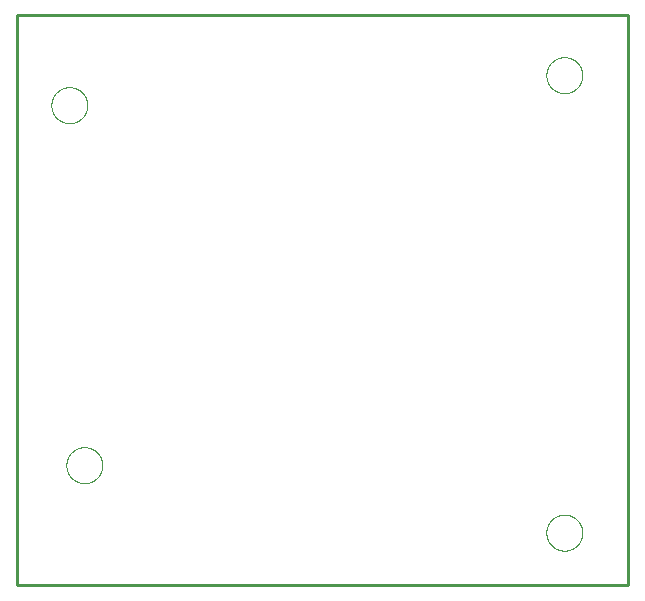
<source format=gko>
G04 EAGLE Gerber RS-274X export*
G75*
%MOMM*%
%FSLAX34Y34*%
%LPD*%
%INOutline*%
%IPPOS*%
%AMOC8*
5,1,8,0,0,1.08239X$1,22.5*%
G01*
%ADD10C,0.000000*%
%ADD11C,0.254000*%


D10*
X0Y0D02*
X517400Y0D01*
X517400Y482500D01*
X0Y482500D01*
X0Y0D01*
X448310Y431800D02*
X448315Y432174D01*
X448328Y432548D01*
X448351Y432921D01*
X448383Y433294D01*
X448425Y433666D01*
X448475Y434036D01*
X448534Y434405D01*
X448603Y434773D01*
X448680Y435139D01*
X448767Y435503D01*
X448862Y435865D01*
X448966Y436224D01*
X449079Y436581D01*
X449201Y436934D01*
X449331Y437285D01*
X449470Y437632D01*
X449617Y437976D01*
X449773Y438316D01*
X449937Y438652D01*
X450110Y438984D01*
X450290Y439312D01*
X450478Y439635D01*
X450674Y439953D01*
X450878Y440267D01*
X451090Y440575D01*
X451309Y440878D01*
X451536Y441176D01*
X451769Y441468D01*
X452010Y441754D01*
X452258Y442035D01*
X452512Y442309D01*
X452774Y442576D01*
X453041Y442838D01*
X453315Y443092D01*
X453596Y443340D01*
X453882Y443581D01*
X454174Y443814D01*
X454472Y444041D01*
X454775Y444260D01*
X455083Y444472D01*
X455397Y444676D01*
X455715Y444872D01*
X456038Y445060D01*
X456366Y445240D01*
X456698Y445413D01*
X457034Y445577D01*
X457374Y445733D01*
X457718Y445880D01*
X458065Y446019D01*
X458416Y446149D01*
X458769Y446271D01*
X459126Y446384D01*
X459485Y446488D01*
X459847Y446583D01*
X460211Y446670D01*
X460577Y446747D01*
X460945Y446816D01*
X461314Y446875D01*
X461684Y446925D01*
X462056Y446967D01*
X462429Y446999D01*
X462802Y447022D01*
X463176Y447035D01*
X463550Y447040D01*
X463924Y447035D01*
X464298Y447022D01*
X464671Y446999D01*
X465044Y446967D01*
X465416Y446925D01*
X465786Y446875D01*
X466155Y446816D01*
X466523Y446747D01*
X466889Y446670D01*
X467253Y446583D01*
X467615Y446488D01*
X467974Y446384D01*
X468331Y446271D01*
X468684Y446149D01*
X469035Y446019D01*
X469382Y445880D01*
X469726Y445733D01*
X470066Y445577D01*
X470402Y445413D01*
X470734Y445240D01*
X471062Y445060D01*
X471385Y444872D01*
X471703Y444676D01*
X472017Y444472D01*
X472325Y444260D01*
X472628Y444041D01*
X472926Y443814D01*
X473218Y443581D01*
X473504Y443340D01*
X473785Y443092D01*
X474059Y442838D01*
X474326Y442576D01*
X474588Y442309D01*
X474842Y442035D01*
X475090Y441754D01*
X475331Y441468D01*
X475564Y441176D01*
X475791Y440878D01*
X476010Y440575D01*
X476222Y440267D01*
X476426Y439953D01*
X476622Y439635D01*
X476810Y439312D01*
X476990Y438984D01*
X477163Y438652D01*
X477327Y438316D01*
X477483Y437976D01*
X477630Y437632D01*
X477769Y437285D01*
X477899Y436934D01*
X478021Y436581D01*
X478134Y436224D01*
X478238Y435865D01*
X478333Y435503D01*
X478420Y435139D01*
X478497Y434773D01*
X478566Y434405D01*
X478625Y434036D01*
X478675Y433666D01*
X478717Y433294D01*
X478749Y432921D01*
X478772Y432548D01*
X478785Y432174D01*
X478790Y431800D01*
X478785Y431426D01*
X478772Y431052D01*
X478749Y430679D01*
X478717Y430306D01*
X478675Y429934D01*
X478625Y429564D01*
X478566Y429195D01*
X478497Y428827D01*
X478420Y428461D01*
X478333Y428097D01*
X478238Y427735D01*
X478134Y427376D01*
X478021Y427019D01*
X477899Y426666D01*
X477769Y426315D01*
X477630Y425968D01*
X477483Y425624D01*
X477327Y425284D01*
X477163Y424948D01*
X476990Y424616D01*
X476810Y424288D01*
X476622Y423965D01*
X476426Y423647D01*
X476222Y423333D01*
X476010Y423025D01*
X475791Y422722D01*
X475564Y422424D01*
X475331Y422132D01*
X475090Y421846D01*
X474842Y421565D01*
X474588Y421291D01*
X474326Y421024D01*
X474059Y420762D01*
X473785Y420508D01*
X473504Y420260D01*
X473218Y420019D01*
X472926Y419786D01*
X472628Y419559D01*
X472325Y419340D01*
X472017Y419128D01*
X471703Y418924D01*
X471385Y418728D01*
X471062Y418540D01*
X470734Y418360D01*
X470402Y418187D01*
X470066Y418023D01*
X469726Y417867D01*
X469382Y417720D01*
X469035Y417581D01*
X468684Y417451D01*
X468331Y417329D01*
X467974Y417216D01*
X467615Y417112D01*
X467253Y417017D01*
X466889Y416930D01*
X466523Y416853D01*
X466155Y416784D01*
X465786Y416725D01*
X465416Y416675D01*
X465044Y416633D01*
X464671Y416601D01*
X464298Y416578D01*
X463924Y416565D01*
X463550Y416560D01*
X463176Y416565D01*
X462802Y416578D01*
X462429Y416601D01*
X462056Y416633D01*
X461684Y416675D01*
X461314Y416725D01*
X460945Y416784D01*
X460577Y416853D01*
X460211Y416930D01*
X459847Y417017D01*
X459485Y417112D01*
X459126Y417216D01*
X458769Y417329D01*
X458416Y417451D01*
X458065Y417581D01*
X457718Y417720D01*
X457374Y417867D01*
X457034Y418023D01*
X456698Y418187D01*
X456366Y418360D01*
X456038Y418540D01*
X455715Y418728D01*
X455397Y418924D01*
X455083Y419128D01*
X454775Y419340D01*
X454472Y419559D01*
X454174Y419786D01*
X453882Y420019D01*
X453596Y420260D01*
X453315Y420508D01*
X453041Y420762D01*
X452774Y421024D01*
X452512Y421291D01*
X452258Y421565D01*
X452010Y421846D01*
X451769Y422132D01*
X451536Y422424D01*
X451309Y422722D01*
X451090Y423025D01*
X450878Y423333D01*
X450674Y423647D01*
X450478Y423965D01*
X450290Y424288D01*
X450110Y424616D01*
X449937Y424948D01*
X449773Y425284D01*
X449617Y425624D01*
X449470Y425968D01*
X449331Y426315D01*
X449201Y426666D01*
X449079Y427019D01*
X448966Y427376D01*
X448862Y427735D01*
X448767Y428097D01*
X448680Y428461D01*
X448603Y428827D01*
X448534Y429195D01*
X448475Y429564D01*
X448425Y429934D01*
X448383Y430306D01*
X448351Y430679D01*
X448328Y431052D01*
X448315Y431426D01*
X448310Y431800D01*
X41910Y101600D02*
X41915Y101974D01*
X41928Y102348D01*
X41951Y102721D01*
X41983Y103094D01*
X42025Y103466D01*
X42075Y103836D01*
X42134Y104205D01*
X42203Y104573D01*
X42280Y104939D01*
X42367Y105303D01*
X42462Y105665D01*
X42566Y106024D01*
X42679Y106381D01*
X42801Y106734D01*
X42931Y107085D01*
X43070Y107432D01*
X43217Y107776D01*
X43373Y108116D01*
X43537Y108452D01*
X43710Y108784D01*
X43890Y109112D01*
X44078Y109435D01*
X44274Y109753D01*
X44478Y110067D01*
X44690Y110375D01*
X44909Y110678D01*
X45136Y110976D01*
X45369Y111268D01*
X45610Y111554D01*
X45858Y111835D01*
X46112Y112109D01*
X46374Y112376D01*
X46641Y112638D01*
X46915Y112892D01*
X47196Y113140D01*
X47482Y113381D01*
X47774Y113614D01*
X48072Y113841D01*
X48375Y114060D01*
X48683Y114272D01*
X48997Y114476D01*
X49315Y114672D01*
X49638Y114860D01*
X49966Y115040D01*
X50298Y115213D01*
X50634Y115377D01*
X50974Y115533D01*
X51318Y115680D01*
X51665Y115819D01*
X52016Y115949D01*
X52369Y116071D01*
X52726Y116184D01*
X53085Y116288D01*
X53447Y116383D01*
X53811Y116470D01*
X54177Y116547D01*
X54545Y116616D01*
X54914Y116675D01*
X55284Y116725D01*
X55656Y116767D01*
X56029Y116799D01*
X56402Y116822D01*
X56776Y116835D01*
X57150Y116840D01*
X57524Y116835D01*
X57898Y116822D01*
X58271Y116799D01*
X58644Y116767D01*
X59016Y116725D01*
X59386Y116675D01*
X59755Y116616D01*
X60123Y116547D01*
X60489Y116470D01*
X60853Y116383D01*
X61215Y116288D01*
X61574Y116184D01*
X61931Y116071D01*
X62284Y115949D01*
X62635Y115819D01*
X62982Y115680D01*
X63326Y115533D01*
X63666Y115377D01*
X64002Y115213D01*
X64334Y115040D01*
X64662Y114860D01*
X64985Y114672D01*
X65303Y114476D01*
X65617Y114272D01*
X65925Y114060D01*
X66228Y113841D01*
X66526Y113614D01*
X66818Y113381D01*
X67104Y113140D01*
X67385Y112892D01*
X67659Y112638D01*
X67926Y112376D01*
X68188Y112109D01*
X68442Y111835D01*
X68690Y111554D01*
X68931Y111268D01*
X69164Y110976D01*
X69391Y110678D01*
X69610Y110375D01*
X69822Y110067D01*
X70026Y109753D01*
X70222Y109435D01*
X70410Y109112D01*
X70590Y108784D01*
X70763Y108452D01*
X70927Y108116D01*
X71083Y107776D01*
X71230Y107432D01*
X71369Y107085D01*
X71499Y106734D01*
X71621Y106381D01*
X71734Y106024D01*
X71838Y105665D01*
X71933Y105303D01*
X72020Y104939D01*
X72097Y104573D01*
X72166Y104205D01*
X72225Y103836D01*
X72275Y103466D01*
X72317Y103094D01*
X72349Y102721D01*
X72372Y102348D01*
X72385Y101974D01*
X72390Y101600D01*
X72385Y101226D01*
X72372Y100852D01*
X72349Y100479D01*
X72317Y100106D01*
X72275Y99734D01*
X72225Y99364D01*
X72166Y98995D01*
X72097Y98627D01*
X72020Y98261D01*
X71933Y97897D01*
X71838Y97535D01*
X71734Y97176D01*
X71621Y96819D01*
X71499Y96466D01*
X71369Y96115D01*
X71230Y95768D01*
X71083Y95424D01*
X70927Y95084D01*
X70763Y94748D01*
X70590Y94416D01*
X70410Y94088D01*
X70222Y93765D01*
X70026Y93447D01*
X69822Y93133D01*
X69610Y92825D01*
X69391Y92522D01*
X69164Y92224D01*
X68931Y91932D01*
X68690Y91646D01*
X68442Y91365D01*
X68188Y91091D01*
X67926Y90824D01*
X67659Y90562D01*
X67385Y90308D01*
X67104Y90060D01*
X66818Y89819D01*
X66526Y89586D01*
X66228Y89359D01*
X65925Y89140D01*
X65617Y88928D01*
X65303Y88724D01*
X64985Y88528D01*
X64662Y88340D01*
X64334Y88160D01*
X64002Y87987D01*
X63666Y87823D01*
X63326Y87667D01*
X62982Y87520D01*
X62635Y87381D01*
X62284Y87251D01*
X61931Y87129D01*
X61574Y87016D01*
X61215Y86912D01*
X60853Y86817D01*
X60489Y86730D01*
X60123Y86653D01*
X59755Y86584D01*
X59386Y86525D01*
X59016Y86475D01*
X58644Y86433D01*
X58271Y86401D01*
X57898Y86378D01*
X57524Y86365D01*
X57150Y86360D01*
X56776Y86365D01*
X56402Y86378D01*
X56029Y86401D01*
X55656Y86433D01*
X55284Y86475D01*
X54914Y86525D01*
X54545Y86584D01*
X54177Y86653D01*
X53811Y86730D01*
X53447Y86817D01*
X53085Y86912D01*
X52726Y87016D01*
X52369Y87129D01*
X52016Y87251D01*
X51665Y87381D01*
X51318Y87520D01*
X50974Y87667D01*
X50634Y87823D01*
X50298Y87987D01*
X49966Y88160D01*
X49638Y88340D01*
X49315Y88528D01*
X48997Y88724D01*
X48683Y88928D01*
X48375Y89140D01*
X48072Y89359D01*
X47774Y89586D01*
X47482Y89819D01*
X47196Y90060D01*
X46915Y90308D01*
X46641Y90562D01*
X46374Y90824D01*
X46112Y91091D01*
X45858Y91365D01*
X45610Y91646D01*
X45369Y91932D01*
X45136Y92224D01*
X44909Y92522D01*
X44690Y92825D01*
X44478Y93133D01*
X44274Y93447D01*
X44078Y93765D01*
X43890Y94088D01*
X43710Y94416D01*
X43537Y94748D01*
X43373Y95084D01*
X43217Y95424D01*
X43070Y95768D01*
X42931Y96115D01*
X42801Y96466D01*
X42679Y96819D01*
X42566Y97176D01*
X42462Y97535D01*
X42367Y97897D01*
X42280Y98261D01*
X42203Y98627D01*
X42134Y98995D01*
X42075Y99364D01*
X42025Y99734D01*
X41983Y100106D01*
X41951Y100479D01*
X41928Y100852D01*
X41915Y101226D01*
X41910Y101600D01*
X448310Y44450D02*
X448315Y44824D01*
X448328Y45198D01*
X448351Y45571D01*
X448383Y45944D01*
X448425Y46316D01*
X448475Y46686D01*
X448534Y47055D01*
X448603Y47423D01*
X448680Y47789D01*
X448767Y48153D01*
X448862Y48515D01*
X448966Y48874D01*
X449079Y49231D01*
X449201Y49584D01*
X449331Y49935D01*
X449470Y50282D01*
X449617Y50626D01*
X449773Y50966D01*
X449937Y51302D01*
X450110Y51634D01*
X450290Y51962D01*
X450478Y52285D01*
X450674Y52603D01*
X450878Y52917D01*
X451090Y53225D01*
X451309Y53528D01*
X451536Y53826D01*
X451769Y54118D01*
X452010Y54404D01*
X452258Y54685D01*
X452512Y54959D01*
X452774Y55226D01*
X453041Y55488D01*
X453315Y55742D01*
X453596Y55990D01*
X453882Y56231D01*
X454174Y56464D01*
X454472Y56691D01*
X454775Y56910D01*
X455083Y57122D01*
X455397Y57326D01*
X455715Y57522D01*
X456038Y57710D01*
X456366Y57890D01*
X456698Y58063D01*
X457034Y58227D01*
X457374Y58383D01*
X457718Y58530D01*
X458065Y58669D01*
X458416Y58799D01*
X458769Y58921D01*
X459126Y59034D01*
X459485Y59138D01*
X459847Y59233D01*
X460211Y59320D01*
X460577Y59397D01*
X460945Y59466D01*
X461314Y59525D01*
X461684Y59575D01*
X462056Y59617D01*
X462429Y59649D01*
X462802Y59672D01*
X463176Y59685D01*
X463550Y59690D01*
X463924Y59685D01*
X464298Y59672D01*
X464671Y59649D01*
X465044Y59617D01*
X465416Y59575D01*
X465786Y59525D01*
X466155Y59466D01*
X466523Y59397D01*
X466889Y59320D01*
X467253Y59233D01*
X467615Y59138D01*
X467974Y59034D01*
X468331Y58921D01*
X468684Y58799D01*
X469035Y58669D01*
X469382Y58530D01*
X469726Y58383D01*
X470066Y58227D01*
X470402Y58063D01*
X470734Y57890D01*
X471062Y57710D01*
X471385Y57522D01*
X471703Y57326D01*
X472017Y57122D01*
X472325Y56910D01*
X472628Y56691D01*
X472926Y56464D01*
X473218Y56231D01*
X473504Y55990D01*
X473785Y55742D01*
X474059Y55488D01*
X474326Y55226D01*
X474588Y54959D01*
X474842Y54685D01*
X475090Y54404D01*
X475331Y54118D01*
X475564Y53826D01*
X475791Y53528D01*
X476010Y53225D01*
X476222Y52917D01*
X476426Y52603D01*
X476622Y52285D01*
X476810Y51962D01*
X476990Y51634D01*
X477163Y51302D01*
X477327Y50966D01*
X477483Y50626D01*
X477630Y50282D01*
X477769Y49935D01*
X477899Y49584D01*
X478021Y49231D01*
X478134Y48874D01*
X478238Y48515D01*
X478333Y48153D01*
X478420Y47789D01*
X478497Y47423D01*
X478566Y47055D01*
X478625Y46686D01*
X478675Y46316D01*
X478717Y45944D01*
X478749Y45571D01*
X478772Y45198D01*
X478785Y44824D01*
X478790Y44450D01*
X478785Y44076D01*
X478772Y43702D01*
X478749Y43329D01*
X478717Y42956D01*
X478675Y42584D01*
X478625Y42214D01*
X478566Y41845D01*
X478497Y41477D01*
X478420Y41111D01*
X478333Y40747D01*
X478238Y40385D01*
X478134Y40026D01*
X478021Y39669D01*
X477899Y39316D01*
X477769Y38965D01*
X477630Y38618D01*
X477483Y38274D01*
X477327Y37934D01*
X477163Y37598D01*
X476990Y37266D01*
X476810Y36938D01*
X476622Y36615D01*
X476426Y36297D01*
X476222Y35983D01*
X476010Y35675D01*
X475791Y35372D01*
X475564Y35074D01*
X475331Y34782D01*
X475090Y34496D01*
X474842Y34215D01*
X474588Y33941D01*
X474326Y33674D01*
X474059Y33412D01*
X473785Y33158D01*
X473504Y32910D01*
X473218Y32669D01*
X472926Y32436D01*
X472628Y32209D01*
X472325Y31990D01*
X472017Y31778D01*
X471703Y31574D01*
X471385Y31378D01*
X471062Y31190D01*
X470734Y31010D01*
X470402Y30837D01*
X470066Y30673D01*
X469726Y30517D01*
X469382Y30370D01*
X469035Y30231D01*
X468684Y30101D01*
X468331Y29979D01*
X467974Y29866D01*
X467615Y29762D01*
X467253Y29667D01*
X466889Y29580D01*
X466523Y29503D01*
X466155Y29434D01*
X465786Y29375D01*
X465416Y29325D01*
X465044Y29283D01*
X464671Y29251D01*
X464298Y29228D01*
X463924Y29215D01*
X463550Y29210D01*
X463176Y29215D01*
X462802Y29228D01*
X462429Y29251D01*
X462056Y29283D01*
X461684Y29325D01*
X461314Y29375D01*
X460945Y29434D01*
X460577Y29503D01*
X460211Y29580D01*
X459847Y29667D01*
X459485Y29762D01*
X459126Y29866D01*
X458769Y29979D01*
X458416Y30101D01*
X458065Y30231D01*
X457718Y30370D01*
X457374Y30517D01*
X457034Y30673D01*
X456698Y30837D01*
X456366Y31010D01*
X456038Y31190D01*
X455715Y31378D01*
X455397Y31574D01*
X455083Y31778D01*
X454775Y31990D01*
X454472Y32209D01*
X454174Y32436D01*
X453882Y32669D01*
X453596Y32910D01*
X453315Y33158D01*
X453041Y33412D01*
X452774Y33674D01*
X452512Y33941D01*
X452258Y34215D01*
X452010Y34496D01*
X451769Y34782D01*
X451536Y35074D01*
X451309Y35372D01*
X451090Y35675D01*
X450878Y35983D01*
X450674Y36297D01*
X450478Y36615D01*
X450290Y36938D01*
X450110Y37266D01*
X449937Y37598D01*
X449773Y37934D01*
X449617Y38274D01*
X449470Y38618D01*
X449331Y38965D01*
X449201Y39316D01*
X449079Y39669D01*
X448966Y40026D01*
X448862Y40385D01*
X448767Y40747D01*
X448680Y41111D01*
X448603Y41477D01*
X448534Y41845D01*
X448475Y42214D01*
X448425Y42584D01*
X448383Y42956D01*
X448351Y43329D01*
X448328Y43702D01*
X448315Y44076D01*
X448310Y44450D01*
X29210Y406400D02*
X29215Y406774D01*
X29228Y407148D01*
X29251Y407521D01*
X29283Y407894D01*
X29325Y408266D01*
X29375Y408636D01*
X29434Y409005D01*
X29503Y409373D01*
X29580Y409739D01*
X29667Y410103D01*
X29762Y410465D01*
X29866Y410824D01*
X29979Y411181D01*
X30101Y411534D01*
X30231Y411885D01*
X30370Y412232D01*
X30517Y412576D01*
X30673Y412916D01*
X30837Y413252D01*
X31010Y413584D01*
X31190Y413912D01*
X31378Y414235D01*
X31574Y414553D01*
X31778Y414867D01*
X31990Y415175D01*
X32209Y415478D01*
X32436Y415776D01*
X32669Y416068D01*
X32910Y416354D01*
X33158Y416635D01*
X33412Y416909D01*
X33674Y417176D01*
X33941Y417438D01*
X34215Y417692D01*
X34496Y417940D01*
X34782Y418181D01*
X35074Y418414D01*
X35372Y418641D01*
X35675Y418860D01*
X35983Y419072D01*
X36297Y419276D01*
X36615Y419472D01*
X36938Y419660D01*
X37266Y419840D01*
X37598Y420013D01*
X37934Y420177D01*
X38274Y420333D01*
X38618Y420480D01*
X38965Y420619D01*
X39316Y420749D01*
X39669Y420871D01*
X40026Y420984D01*
X40385Y421088D01*
X40747Y421183D01*
X41111Y421270D01*
X41477Y421347D01*
X41845Y421416D01*
X42214Y421475D01*
X42584Y421525D01*
X42956Y421567D01*
X43329Y421599D01*
X43702Y421622D01*
X44076Y421635D01*
X44450Y421640D01*
X44824Y421635D01*
X45198Y421622D01*
X45571Y421599D01*
X45944Y421567D01*
X46316Y421525D01*
X46686Y421475D01*
X47055Y421416D01*
X47423Y421347D01*
X47789Y421270D01*
X48153Y421183D01*
X48515Y421088D01*
X48874Y420984D01*
X49231Y420871D01*
X49584Y420749D01*
X49935Y420619D01*
X50282Y420480D01*
X50626Y420333D01*
X50966Y420177D01*
X51302Y420013D01*
X51634Y419840D01*
X51962Y419660D01*
X52285Y419472D01*
X52603Y419276D01*
X52917Y419072D01*
X53225Y418860D01*
X53528Y418641D01*
X53826Y418414D01*
X54118Y418181D01*
X54404Y417940D01*
X54685Y417692D01*
X54959Y417438D01*
X55226Y417176D01*
X55488Y416909D01*
X55742Y416635D01*
X55990Y416354D01*
X56231Y416068D01*
X56464Y415776D01*
X56691Y415478D01*
X56910Y415175D01*
X57122Y414867D01*
X57326Y414553D01*
X57522Y414235D01*
X57710Y413912D01*
X57890Y413584D01*
X58063Y413252D01*
X58227Y412916D01*
X58383Y412576D01*
X58530Y412232D01*
X58669Y411885D01*
X58799Y411534D01*
X58921Y411181D01*
X59034Y410824D01*
X59138Y410465D01*
X59233Y410103D01*
X59320Y409739D01*
X59397Y409373D01*
X59466Y409005D01*
X59525Y408636D01*
X59575Y408266D01*
X59617Y407894D01*
X59649Y407521D01*
X59672Y407148D01*
X59685Y406774D01*
X59690Y406400D01*
X59685Y406026D01*
X59672Y405652D01*
X59649Y405279D01*
X59617Y404906D01*
X59575Y404534D01*
X59525Y404164D01*
X59466Y403795D01*
X59397Y403427D01*
X59320Y403061D01*
X59233Y402697D01*
X59138Y402335D01*
X59034Y401976D01*
X58921Y401619D01*
X58799Y401266D01*
X58669Y400915D01*
X58530Y400568D01*
X58383Y400224D01*
X58227Y399884D01*
X58063Y399548D01*
X57890Y399216D01*
X57710Y398888D01*
X57522Y398565D01*
X57326Y398247D01*
X57122Y397933D01*
X56910Y397625D01*
X56691Y397322D01*
X56464Y397024D01*
X56231Y396732D01*
X55990Y396446D01*
X55742Y396165D01*
X55488Y395891D01*
X55226Y395624D01*
X54959Y395362D01*
X54685Y395108D01*
X54404Y394860D01*
X54118Y394619D01*
X53826Y394386D01*
X53528Y394159D01*
X53225Y393940D01*
X52917Y393728D01*
X52603Y393524D01*
X52285Y393328D01*
X51962Y393140D01*
X51634Y392960D01*
X51302Y392787D01*
X50966Y392623D01*
X50626Y392467D01*
X50282Y392320D01*
X49935Y392181D01*
X49584Y392051D01*
X49231Y391929D01*
X48874Y391816D01*
X48515Y391712D01*
X48153Y391617D01*
X47789Y391530D01*
X47423Y391453D01*
X47055Y391384D01*
X46686Y391325D01*
X46316Y391275D01*
X45944Y391233D01*
X45571Y391201D01*
X45198Y391178D01*
X44824Y391165D01*
X44450Y391160D01*
X44076Y391165D01*
X43702Y391178D01*
X43329Y391201D01*
X42956Y391233D01*
X42584Y391275D01*
X42214Y391325D01*
X41845Y391384D01*
X41477Y391453D01*
X41111Y391530D01*
X40747Y391617D01*
X40385Y391712D01*
X40026Y391816D01*
X39669Y391929D01*
X39316Y392051D01*
X38965Y392181D01*
X38618Y392320D01*
X38274Y392467D01*
X37934Y392623D01*
X37598Y392787D01*
X37266Y392960D01*
X36938Y393140D01*
X36615Y393328D01*
X36297Y393524D01*
X35983Y393728D01*
X35675Y393940D01*
X35372Y394159D01*
X35074Y394386D01*
X34782Y394619D01*
X34496Y394860D01*
X34215Y395108D01*
X33941Y395362D01*
X33674Y395624D01*
X33412Y395891D01*
X33158Y396165D01*
X32910Y396446D01*
X32669Y396732D01*
X32436Y397024D01*
X32209Y397322D01*
X31990Y397625D01*
X31778Y397933D01*
X31574Y398247D01*
X31378Y398565D01*
X31190Y398888D01*
X31010Y399216D01*
X30837Y399548D01*
X30673Y399884D01*
X30517Y400224D01*
X30370Y400568D01*
X30231Y400915D01*
X30101Y401266D01*
X29979Y401619D01*
X29866Y401976D01*
X29762Y402335D01*
X29667Y402697D01*
X29580Y403061D01*
X29503Y403427D01*
X29434Y403795D01*
X29375Y404164D01*
X29325Y404534D01*
X29283Y404906D01*
X29251Y405279D01*
X29228Y405652D01*
X29215Y406026D01*
X29210Y406400D01*
D11*
X0Y0D02*
X517400Y0D01*
X517400Y482500D01*
X0Y482500D01*
X0Y0D01*
M02*

</source>
